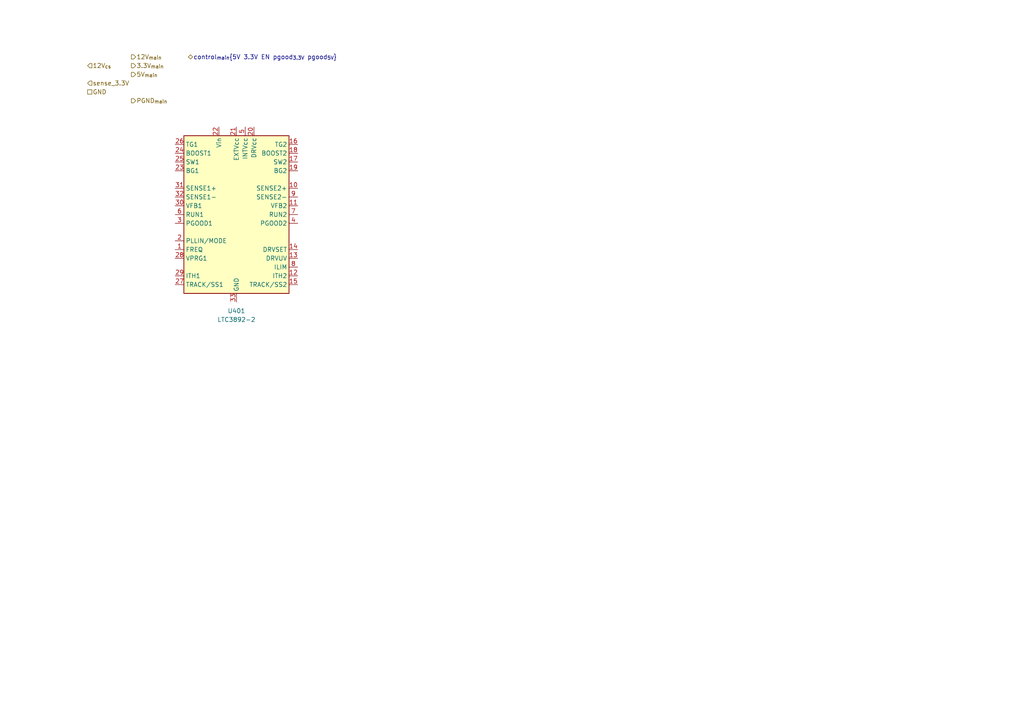
<source format=kicad_sch>
(kicad_sch (version 20210406) (generator eeschema)
  (paper "A4")
  (title_block (title "Common Slot to ATX Adapter") (rev "1"))
  (lib_symbols
    (symbol "proj_sym:LTC3892-2"
      (property "Reference" "U" (at -15.24 24.13 0))
      (property "Value" "LTC3892-2" (at 15.494 24.13 0))
      (symbol "LTC3892-2_0_1"
        (rectangle (start -15.24 22.86) (end 15.24 -22.86) (stroke (width 0.254)) (fill (type background)))
      )
      (symbol "LTC3892-2_1_1"
        (pin input line (at -17.78 -10.16 0) (length 2.54) (name "FREQ") (number "1"))
        (pin input line (at 17.78 7.62 180) (length 2.54) (name "SENSE2+") (number "10"))
        (pin input line (at 17.78 2.54 180) (length 2.54) (name "VFB2") (number "11"))
        (pin passive line (at 17.78 -17.78 180) (length 2.54) (name "ITH2") (number "12"))
        (pin input line (at 17.78 -12.7 180) (length 2.54) (name "DRVUV") (number "13"))
        (pin input line (at 17.78 -10.16 180) (length 2.54) (name "DRVSET") (number "14"))
        (pin input line (at 17.78 -20.32 180) (length 2.54) (name "TRACK/SS2") (number "15"))
        (pin output line (at 17.78 20.32 180) (length 2.54) (name "TG2") (number "16"))
        (pin output line (at 17.78 15.24 180) (length 2.54) (name "SW2") (number "17"))
        (pin output line (at 17.78 17.78 180) (length 2.54) (name "BOOST2") (number "18"))
        (pin output line (at 17.78 12.7 180) (length 2.54) (name "BG2") (number "19"))
        (pin input line (at -17.78 -7.62 0) (length 2.54) (name "PLLIN/MODE") (number "2"))
        (pin power_out line (at 5.08 25.4 270) (length 2.54) (name "DRVcc") (number "20"))
        (pin power_in line (at 0 25.4 270) (length 2.54) (name "EXTVcc") (number "21"))
        (pin power_in line (at -5.08 25.4 270) (length 2.54) (name "Vin") (number "22"))
        (pin output line (at -17.78 12.7 0) (length 2.54) (name "BG1") (number "23"))
        (pin output line (at -17.78 17.78 0) (length 2.54) (name "BOOST1") (number "24"))
        (pin output line (at -17.78 15.24 0) (length 2.54) (name "SW1") (number "25"))
        (pin output line (at -17.78 20.32 0) (length 2.54) (name "TG1") (number "26"))
        (pin input line (at -17.78 -20.32 0) (length 2.54) (name "TRACK/SS1") (number "27"))
        (pin passive line (at -17.78 -12.7 0) (length 2.54) (name "VPRG1") (number "28"))
        (pin passive line (at -17.78 -17.78 0) (length 2.54) (name "ITH1") (number "29"))
        (pin output line (at -17.78 -2.54 0) (length 2.54) (name "PGOOD1") (number "3"))
        (pin input line (at -17.78 2.54 0) (length 2.54) (name "VFB1") (number "30"))
        (pin input line (at -17.78 7.62 0) (length 2.54) (name "SENSE1+") (number "31"))
        (pin input line (at -17.78 5.08 0) (length 2.54) (name "SENSE1-") (number "32"))
        (pin power_in line (at 0 -25.4 90) (length 2.54) (name "GND") (number "33"))
        (pin output line (at 17.78 -2.54 180) (length 2.54) (name "PGOOD2") (number "4"))
        (pin power_out line (at 2.54 25.4 270) (length 2.54) (name "INTVcc") (number "5"))
        (pin input line (at -17.78 0 0) (length 2.54) (name "RUN1") (number "6"))
        (pin input line (at 17.78 0 180) (length 2.54) (name "RUN2") (number "7"))
        (pin input line (at 17.78 -15.24 180) (length 2.54) (name "ILIM") (number "8"))
        (pin input line (at 17.78 5.08 180) (length 2.54) (name "SENSE2-") (number "9"))
      )
    )
  )
  (hierarchical_label "12V_{cs}" (shape input) (at 25.4 19.05 0))
  (hierarchical_label "sense_3.3V" (shape input) (at 25.4 24.13 0))
  (hierarchical_label "GND" (shape passive) (at 25.4 26.67 0))
  (hierarchical_label "12V_{main}" (shape output) (at 38.1 16.51 0))
  (hierarchical_label "3.3V_{main}" (shape output) (at 38.1 19.05 0))
  (hierarchical_label "5V_{main}" (shape output) (at 38.1 21.59 0))
  (hierarchical_label "PGND_{main}" (shape output) (at 38.1 29.21 0))
  (hierarchical_label "control_{main}{5V 3.3V EN pgood_{3.3V} pgood_{5V}}" (shape bidirectional) (at 54.61 16.51 0))
  (symbol (lib_id "proj_sym:LTC3892-2") (at 68.58 62.23 0) (unit 1)
    (property "Reference" "U401" (at 68.58 90.17 0))
    (property "Value" "LTC3892-2" (at 68.58 92.71 0))
    (property "Footprint" "Package_DFN_QFN:QFN-32-1EP_5x5mm_P0.5mm_EP3.45x3.45mm" (effects hide))
    (property "Datasheet" "${KIPRJMOD}/ltc3892/38921fc.pdf" (effects hide))
  )
)
</source>
